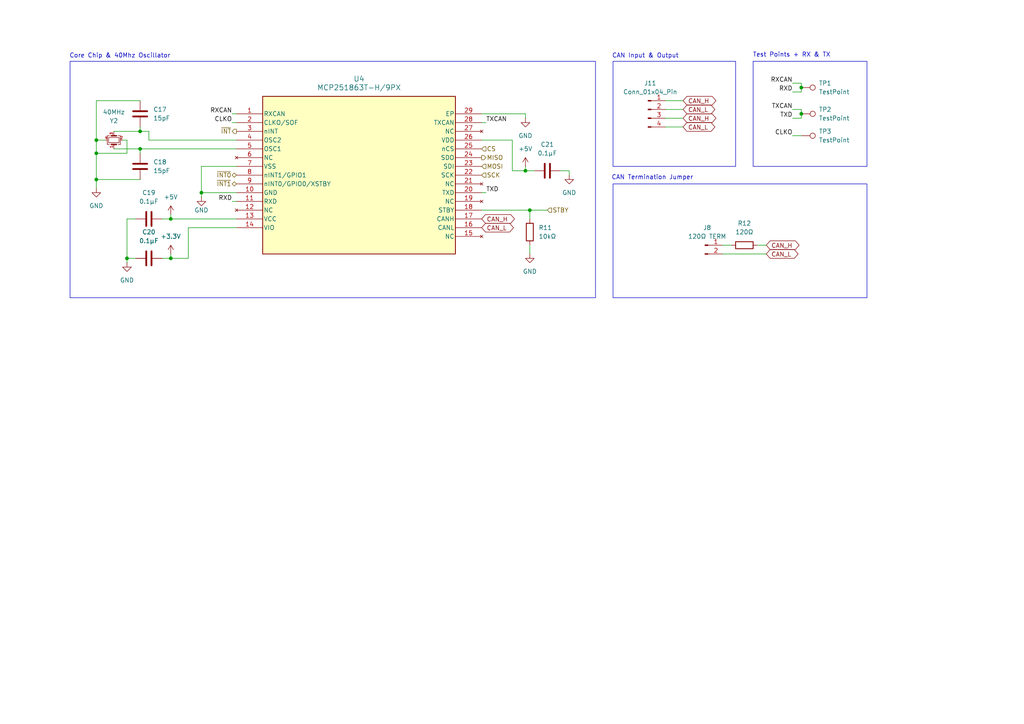
<source format=kicad_sch>
(kicad_sch (version 20250114) (generator "eeschema") (generator_version "9.0")
  (paper "A4")
  (lib_symbols
    (symbol "Connector:Conn_01x02_Pin" (pin_names (offset 1.016) (hide yes))
      (property "Reference" "J" (at 0 2.54 0))
      (property "Value" "Conn_01x02_Pin" (at 0 -5.08 0))
      (symbol "Conn_01x02_Pin_1_1"
        (rectangle (start 0.8636 0.127) (end 0 -0.127) (stroke (width 0.1524)) (fill (type outline)))
        (rectangle (start 0.8636 -2.413) (end 0 -2.667) (stroke (width 0.1524)) (fill (type outline)))
        (polyline (pts (xy 1.27 0) (xy 0.8636 0)) (stroke (width 0.1524)))
        (polyline (pts (xy 1.27 -2.54) (xy 0.8636 -2.54)) (stroke (width 0.1524)))
        (pin passive line (at 5.08 0 180) (length 3.81) (name "Pin_1") (number "1"))
        (pin passive line (at 5.08 -2.54 180) (length 3.81) (name "Pin_2") (number "2"))
      )
    )
    (symbol "Connector:Conn_01x04_Pin" (pin_names (offset 1.016) (hide yes))
      (property "Reference" "J" (at 0 5.08 0))
      (property "Value" "Conn_01x04_Pin" (at 0 -7.62 0))
      (symbol "Conn_01x04_Pin_1_1"
        (rectangle (start 0.8636 2.667) (end 0 2.413) (stroke (width 0.1524)) (fill (type outline)))
        (rectangle (start 0.8636 0.127) (end 0 -0.127) (stroke (width 0.1524)) (fill (type outline)))
        (rectangle (start 0.8636 -2.413) (end 0 -2.667) (stroke (width 0.1524)) (fill (type outline)))
        (rectangle (start 0.8636 -4.953) (end 0 -5.207) (stroke (width 0.1524)) (fill (type outline)))
        (polyline (pts (xy 1.27 2.54) (xy 0.8636 2.54)) (stroke (width 0.1524)))
        (polyline (pts (xy 1.27 0) (xy 0.8636 0)) (stroke (width 0.1524)))
        (polyline (pts (xy 1.27 -2.54) (xy 0.8636 -2.54)) (stroke (width 0.1524)))
        (polyline (pts (xy 1.27 -5.08) (xy 0.8636 -5.08)) (stroke (width 0.1524)))
        (pin passive line (at 5.08 2.54 180) (length 3.81) (name "Pin_1") (number "1"))
        (pin passive line (at 5.08 0 180) (length 3.81) (name "Pin_2") (number "2"))
        (pin passive line (at 5.08 -2.54 180) (length 3.81) (name "Pin_3") (number "3"))
        (pin passive line (at 5.08 -5.08 180) (length 3.81) (name "Pin_4") (number "4"))
      )
    )
    (symbol "Connector:TestPoint" (pin_numbers (hide yes)) (pin_names (offset 0.762) (hide yes))
      (property "Reference" "TP" (at 0 6.858 0))
      (property "Value" "TestPoint" (at 0 5.08 0))
      (symbol "TestPoint_0_1"
        (circle (center 0 3.302) (radius 0.762))
      )
      (symbol "TestPoint_1_1"
        (pin passive line (at 0 0 90) (length 2.54) (name "1") (number "1"))
      )
    )
    (symbol "Device:C" (pin_numbers (hide yes)) (pin_names (offset 0.254))
      (property "Reference" "C" (at 0.635 2.54 0))
      (property "Value" "C" (at 0.635 -2.54 0))
      (symbol "C_0_1"
        (polyline (pts (xy -2.032 0.762) (xy 2.032 0.762)) (stroke (width 0.508)))
        (polyline (pts (xy -2.032 -0.762) (xy 2.032 -0.762)) (stroke (width 0.508)))
      )
      (symbol "C_1_1"
        (pin passive line (at 0 3.81 270) (length 2.794) (name "~") (number "1"))
        (pin passive line (at 0 -3.81 90) (length 2.794) (name "~") (number "2"))
      )
    )
    (symbol "Device:Crystal_GND24_Small" (pin_names (offset 1.016) (hide yes))
      (property "Reference" "Y" (at 1.27 4.445 0))
      (property "Value" "Crystal_GND24_Small" (at 1.27 2.54 0))
      (symbol "Crystal_GND24_Small_0_1"
        (polyline (pts (xy -1.27 1.27) (xy -1.27 1.905) (xy 1.27 1.905) (xy 1.27 1.27)))
        (polyline (pts (xy -1.27 -0.762) (xy -1.27 0.762)) (stroke (width 0.381)))
        (polyline (pts (xy -1.27 -1.27) (xy -1.27 -1.905) (xy 1.27 -1.905) (xy 1.27 -1.27)))
        (rectangle (start -0.762 -1.524) (end 0.762 1.524))
        (polyline (pts (xy 1.27 -0.762) (xy 1.27 0.762)) (stroke (width 0.381)))
      )
      (symbol "Crystal_GND24_Small_1_1"
        (pin passive line (at -2.54 0 0) (length 1.27) (name "1") (number "1"))
        (pin passive line (at 0 2.54 270) (length 0.635) (name "4") (number "4"))
        (pin passive line (at 0 -2.54 90) (length 0.635) (name "2") (number "2"))
        (pin passive line (at 2.54 0 180) (length 1.27) (name "3") (number "3"))
      )
    )
    (symbol "Device:R" (pin_numbers (hide yes)) (pin_names (offset 0))
      (property "Reference" "R" (at 2.032 0 90))
      (property "Value" "R" (at 0 0 90))
      (symbol "R_0_1"
        (rectangle (start -1.016 -2.54) (end 1.016 2.54) (stroke (width 0.254)))
      )
      (symbol "R_1_1"
        (pin passive line (at 0 3.81 270) (length 1.27) (name "~") (number "1"))
        (pin passive line (at 0 -3.81 90) (length 1.27) (name "~") (number "2"))
      )
    )
    (symbol "MCP251863-VQFN:MCP251863T-H_9PX" (pin_names (offset 0.254))
      (property "Reference" "U2" (at 35.56 10.16 0))
      (property "Value" "MCP251863T-H/9PX" (at 35.56 7.62 0))
      (symbol "MCP251863T-H_9PX_0_1"
        (pin input line (at 0 0 0) (length 7.62) (name "RXCAN") (number "1"))
        (pin output line (at 0 -2.54 0) (length 7.62) (name "CLKO/SOF") (number "2"))
        (pin output line (at 0 -5.08 0) (length 7.62) (name "nINT") (number "3"))
        (pin output line (at 0 -7.62 0) (length 7.62) (name "OSC2") (number "4"))
        (pin input line (at 0 -10.16 0) (length 7.62) (name "OSC1") (number "5"))
        (pin no_connect line (at 0 -12.7 0) (length 7.62) (name "NC") (number "6"))
        (pin power_out line (at 0 -15.24 0) (length 7.62) (name "VSS") (number "7"))
        (pin bidirectional line (at 0 -17.78 0) (length 7.62) (name "nINT1/GPIO1") (number "8"))
        (pin bidirectional line (at 0 -20.32 0) (length 7.62) (name "nINT0/GPIO0/XSTBY") (number "9"))
        (pin power_out line (at 0 -22.86 0) (length 7.62) (name "GND") (number "10"))
        (pin output line (at 0 -25.4 0) (length 7.62) (name "RXD") (number "11"))
        (pin no_connect line (at 0 -27.94 0) (length 7.62) (name "NC") (number "12"))
        (pin power_in line (at 0 -30.48 0) (length 7.62) (name "VCC") (number "13"))
        (pin power_in line (at 0 -33.02 0) (length 7.62) (name "VIO") (number "14"))
        (pin power_out line (at 71.12 0 180) (length 7.62) (name "EP") (number "29"))
        (pin output line (at 71.12 -2.54 180) (length 7.62) (name "TXCAN") (number "28"))
        (pin no_connect line (at 71.12 -5.08 180) (length 7.62) (name "NC") (number "27"))
        (pin power_in line (at 71.12 -7.62 180) (length 7.62) (name "VDD") (number "26"))
        (pin input line (at 71.12 -10.16 180) (length 7.62) (name "nCS") (number "25"))
        (pin output line (at 71.12 -12.7 180) (length 7.62) (name "SDO") (number "24"))
        (pin input line (at 71.12 -15.24 180) (length 7.62) (name "SDI") (number "23"))
        (pin input line (at 71.12 -17.78 180) (length 7.62) (name "SCK") (number "22"))
        (pin no_connect line (at 71.12 -20.32 180) (length 7.62) (name "NC") (number "21"))
        (pin input line (at 71.12 -22.86 180) (length 7.62) (name "TXD") (number "20"))
        (pin no_connect line (at 71.12 -25.4 180) (length 7.62) (name "NC") (number "19"))
        (pin input line (at 71.12 -27.94 180) (length 7.62) (name "STBY") (number "18"))
        (pin bidirectional line (at 71.12 -30.48 180) (length 7.62) (name "CANH") (number "17"))
        (pin bidirectional line (at 71.12 -33.02 180) (length 7.62) (name "CANL") (number "16"))
        (pin no_connect line (at 71.12 -35.56 180) (length 7.62) (name "NC") (number "15"))
      )
      (symbol "MCP251863T-H_9PX_1_1"
        (rectangle (start 7.62 5.08) (end 63.5 -40.64) (stroke (width 0.254)) (fill (type background)))
      )
    )
    (symbol "power:+3.3V" (power) (pin_numbers (hide yes)) (pin_names (offset 0) (hide yes))
      (property "Value" "+3.3V" (at 0 3.556 0))
      (symbol "+3.3V_0_1"
        (polyline (pts (xy -0.762 1.27) (xy 0 2.54)))
        (polyline (pts (xy 0 2.54) (xy 0.762 1.27)))
        (polyline (pts (xy 0 0) (xy 0 2.54)))
      )
      (symbol "+3.3V_1_1"
        (pin power_in line (at 0 0 90) (length 0) (name "~") (number "1"))
      )
    )
    (symbol "power:+5V" (power) (pin_numbers (hide yes)) (pin_names (offset 0) (hide yes))
      (property "Value" "+5V" (at 0 3.556 0))
      (symbol "+5V_0_1"
        (polyline (pts (xy -0.762 1.27) (xy 0 2.54)))
        (polyline (pts (xy 0 2.54) (xy 0.762 1.27)))
        (polyline (pts (xy 0 0) (xy 0 2.54)))
      )
      (symbol "+5V_1_1"
        (pin power_in line (at 0 0 90) (length 0) (name "~") (number "1"))
      )
    )
    (symbol "power:GND" (power) (pin_numbers (hide yes)) (pin_names (offset 0) (hide yes))
      (property "Value" "GND" (at 0 -3.81 0))
      (symbol "GND_0_1"
        (polyline (pts (xy 0 0) (xy 0 -1.27) (xy 1.27 -1.27) (xy 0 -2.54) (xy -1.27 -1.27) (xy 0 -1.27)))
      )
      (symbol "GND_1_1"
        (pin power_in line (at 0 0 270) (length 0) (name "~") (number "1"))
      )
    )
  )
  (rectangle (start 177.8 17.78) (end 213.36 48.26))
  (rectangle (start 20.32 17.78) (end 172.72 86.36))
  (rectangle (start 218.44 17.78) (end 251.46 48.26))
  (rectangle (start 177.8 53.34) (end 251.46 86.36))
  (text "Test Points + RX & TX" (at 229.616 16.002 0) (effects (font (size 1.27 1.27))))
  (text "Core Chip & 40Mhz Oscillator" (at 34.798 16.256 0) (effects (font (size 1.27 1.27))))
  (text "CAN Termination Jumper" (at 189.23 51.562 0) (effects (font (size 1.27 1.27))))
  (text "CAN Input & Output" (at 187.198 16.256 0) (effects (font (size 1.27 1.27))))
  (junction (at 49.53 74.93))
  (junction (at 232.41 33.02))
  (junction (at 36.83 74.93))
  (junction (at 27.94 40.64))
  (junction (at 40.64 43.18))
  (junction (at 40.64 38.1))
  (junction (at 27.94 52.07))
  (junction (at 153.67 60.96))
  (junction (at 49.53 63.5))
  (junction (at 27.94 44.45))
  (junction (at 58.42 55.88))
  (junction (at 232.41 25.4))
  (junction (at 152.4 49.53))
  (wire (pts (xy 33.02 38.1) (xy 40.64 38.1)))
  (wire (pts (xy 232.41 26.67) (xy 232.41 25.4)))
  (wire (pts (xy 232.41 25.4) (xy 232.41 24.13)))
  (wire (pts (xy 40.64 29.21) (xy 27.94 29.21)))
  (wire (pts (xy 43.18 40.64) (xy 43.18 38.1)))
  (wire (pts (xy 67.31 35.56) (xy 68.58 35.56)))
  (wire (pts (xy 33.02 43.18) (xy 40.64 43.18)))
  (wire (pts (xy 152.4 49.53) (xy 154.94 49.53)))
  (wire (pts (xy 139.7 55.88) (xy 140.97 55.88)))
  (wire (pts (xy 30.48 40.64) (xy 27.94 40.64)))
  (wire (pts (xy 40.64 43.18) (xy 68.58 43.18)))
  (wire (pts (xy 36.83 40.64) (xy 35.56 40.64)))
  (wire (pts (xy 58.42 48.26) (xy 68.58 48.26)))
  (wire (pts (xy 46.99 74.93) (xy 49.53 74.93)))
  (wire (pts (xy 40.64 52.07) (xy 27.94 52.07)))
  (wire (pts (xy 193.04 36.83) (xy 198.12 36.83)))
  (wire (pts (xy 36.83 63.5) (xy 36.83 74.93)))
  (wire (pts (xy 49.53 63.5) (xy 46.99 63.5)))
  (wire (pts (xy 232.41 31.75) (xy 229.87 31.75)))
  (wire (pts (xy 209.55 71.12) (xy 212.09 71.12)))
  (wire (pts (xy 209.55 73.66) (xy 222.25 73.66)))
  (wire (pts (xy 27.94 44.45) (xy 27.94 52.07)))
  (wire (pts (xy 67.31 58.42) (xy 68.58 58.42)))
  (wire (pts (xy 152.4 48.26) (xy 152.4 49.53)))
  (wire (pts (xy 193.04 31.75) (xy 198.12 31.75)))
  (wire (pts (xy 229.87 39.37) (xy 232.41 39.37)))
  (wire (pts (xy 162.56 49.53) (xy 165.1 49.53)))
  (wire (pts (xy 232.41 34.29) (xy 232.41 33.02)))
  (wire (pts (xy 27.94 52.07) (xy 27.94 54.61)))
  (wire (pts (xy 49.53 74.93) (xy 54.61 74.93)))
  (wire (pts (xy 148.59 49.53) (xy 152.4 49.53)))
  (wire (pts (xy 193.04 34.29) (xy 198.12 34.29)))
  (wire (pts (xy 58.42 55.88) (xy 58.42 48.26)))
  (wire (pts (xy 153.67 71.12) (xy 153.67 73.66)))
  (wire (pts (xy 229.87 34.29) (xy 232.41 34.29)))
  (wire (pts (xy 43.18 38.1) (xy 40.64 38.1)))
  (wire (pts (xy 158.75 60.96) (xy 153.67 60.96)))
  (wire (pts (xy 153.67 60.96) (xy 139.7 60.96)))
  (wire (pts (xy 39.37 63.5) (xy 36.83 63.5)))
  (wire (pts (xy 153.67 60.96) (xy 153.67 63.5)))
  (wire (pts (xy 36.83 44.45) (xy 27.94 44.45)))
  (wire (pts (xy 27.94 40.64) (xy 27.94 44.45)))
  (wire (pts (xy 67.31 33.02) (xy 68.58 33.02)))
  (wire (pts (xy 58.42 55.88) (xy 58.42 57.15)))
  (wire (pts (xy 193.04 29.21) (xy 198.12 29.21)))
  (wire (pts (xy 40.64 43.18) (xy 40.64 44.45)))
  (wire (pts (xy 232.41 33.02) (xy 232.41 31.75)))
  (wire (pts (xy 152.4 33.02) (xy 139.7 33.02)))
  (wire (pts (xy 54.61 74.93) (xy 54.61 66.04)))
  (wire (pts (xy 49.53 73.66) (xy 49.53 74.93)))
  (wire (pts (xy 148.59 40.64) (xy 148.59 49.53)))
  (wire (pts (xy 27.94 29.21) (xy 27.94 40.64)))
  (wire (pts (xy 229.87 26.67) (xy 232.41 26.67)))
  (wire (pts (xy 36.83 74.93) (xy 36.83 76.2)))
  (wire (pts (xy 40.64 36.83) (xy 40.64 38.1)))
  (wire (pts (xy 152.4 34.29) (xy 152.4 33.02)))
  (wire (pts (xy 148.59 40.64) (xy 139.7 40.64)))
  (wire (pts (xy 36.83 74.93) (xy 39.37 74.93)))
  (wire (pts (xy 68.58 40.64) (xy 43.18 40.64)))
  (wire (pts (xy 232.41 24.13) (xy 229.87 24.13)))
  (wire (pts (xy 36.83 40.64) (xy 36.83 44.45)))
  (wire (pts (xy 68.58 63.5) (xy 49.53 63.5)))
  (wire (pts (xy 68.58 55.88) (xy 58.42 55.88)))
  (wire (pts (xy 140.97 35.56) (xy 139.7 35.56)))
  (wire (pts (xy 165.1 49.53) (xy 165.1 50.8)))
  (wire (pts (xy 219.71 71.12) (xy 222.25 71.12)))
  (wire (pts (xy 49.53 62.23) (xy 49.53 63.5)))
  (wire (pts (xy 54.61 66.04) (xy 68.58 66.04)))
  (label "CLKO" (at 67.31 35.56 180))
  (label "RXD" (at 67.31 58.42 180))
  (label "RXCAN" (at 229.87 24.13 180))
  (label "RXCAN" (at 67.31 33.02 180))
  (label "TXD" (at 229.87 34.29 180))
  (label "CLKO" (at 229.87 39.37 180))
  (label "RXD" (at 229.87 26.67 180))
  (label "TXCAN" (at 140.97 35.56 0))
  (label "TXD" (at 140.97 55.88 0))
  (label "TXCAN" (at 229.87 31.75 180))
  (global_label "CAN_H" (shape bidirectional) (at 139.7 63.5 0) (property "Intersheetrefs" "${INTERSHEET_REFS}" (effects (hide yes))))
  (global_label "CAN_H" (shape bidirectional) (at 198.12 29.21 0) (property "Intersheetrefs" "${INTERSHEET_REFS}" (effects (hide yes))))
  (global_label "CAN_H" (shape bidirectional) (at 222.25 71.12 0) (property "Intersheetrefs" "${INTERSHEET_REFS}" (effects (hide yes))))
  (global_label "CAN_L" (shape bidirectional) (at 139.7 66.04 0) (property "Intersheetrefs" "${INTERSHEET_REFS}" (effects (hide yes))))
  (global_label "CAN_H" (shape bidirectional) (at 198.12 34.29 0) (property "Intersheetrefs" "${INTERSHEET_REFS}" (effects (hide yes))))
  (global_label "CAN_L" (shape bidirectional) (at 198.12 31.75 0) (property "Intersheetrefs" "${INTERSHEET_REFS}" (effects (hide yes))))
  (global_label "CAN_L" (shape bidirectional) (at 222.25 73.66 0) (property "Intersheetrefs" "${INTERSHEET_REFS}" (effects (hide yes))))
  (global_label "CAN_L" (shape bidirectional) (at 198.12 36.83 0) (property "Intersheetrefs" "${INTERSHEET_REFS}" (effects (hide yes))))
  (hierarchical_label "SCK" (shape input) (at 139.7 50.8 0))
  (hierarchical_label "MISO" (shape output) (at 139.7 45.72 0))
  (hierarchical_label "~{INT}" (shape output) (at 68.58 38.1 180))
  (hierarchical_label "MOSI" (shape input) (at 139.7 48.26 0))
  (hierarchical_label "~{INT1}" (shape bidirectional) (at 68.58 53.34 180))
  (hierarchical_label "STBY" (shape input) (at 158.75 60.96 0))
  (hierarchical_label "CS" (shape input) (at 139.7 43.18 0))
  (hierarchical_label "~{INT0}" (shape bidirectional) (at 68.58 50.8 180))
  (symbol (lib_id "Device:R") (at 215.9 71.12 90) (unit 1)
    (property "Reference" "R12" (at 215.9 64.77 90))
    (property "Value" "120Ω" (at 215.9 67.31 90))
    (property "Footprint" "Resistor_SMD:R_0402_1005Metric" (effects (hide yes)))
    (property "Description" "Resistor" (effects (hide yes)))
  )
  (symbol (lib_id "Device:Crystal_GND24_Small") (at 33.02 40.64 90) (unit 1)
    (property "Reference" "Y2" (at 33.02 35.052 90))
    (property "Value" "40MHz" (at 33.02 32.512 90))
    (property "Footprint" "Crystal:Crystal_SMD_2520-4Pin_2.5x2.0mm" (effects (hide yes)))
    (property "Description" "Four pin crystal, GND on pins 2 and 4, small symbol" (effects (hide yes)))
  )
  (symbol (lib_id "power:+3.3V") (at 49.53 73.66 0) (unit 1)
    (property "Reference" "#PWR038" (effects (hide yes)))
    (property "Value" "+3.3V" (at 49.53 68.58 0))
    (property "Description" "Power symbol creates a global label with name \"+3.3V\"" (effects (hide yes)))
  )
  (symbol (lib_id "Device:C") (at 40.64 33.02 180) (unit 1)
    (property "Reference" "C17" (at 44.45 31.7499 0) (effects (justify right)))
    (property "Value" "15pF" (at 44.45 34.2899 0) (effects (justify right)))
    (property "Footprint" "Capacitor_SMD:C_0402_1005Metric" (effects (hide yes)))
    (property "Description" "Unpolarized capacitor" (effects (hide yes)))
  )
  (symbol (lib_id "power:GND") (at 58.42 57.15 0) (unit 1)
    (property "Reference" "#PWR039" (effects (hide yes)))
    (property "Value" "GND" (at 58.42 60.96 0))
    (property "Description" "Power symbol creates a global label with name \"GND\" , ground" (effects (hide yes)))
  )
  (symbol (lib_id "power:GND") (at 152.4 34.29 0) (unit 1)
    (property "Reference" "#PWR054" (effects (hide yes)))
    (property "Value" "GND" (at 152.4 39.37 0))
    (property "Description" "Power symbol creates a global label with name \"GND\" , ground" (effects (hide yes)))
  )
  (symbol (lib_id "Connector:TestPoint") (at 232.41 33.02 270) (unit 1)
    (property "Reference" "TP2" (at 237.49 31.7499 90) (effects (justify left)))
    (property "Value" "TestPoint" (at 237.49 34.2899 90) (effects (justify left)))
    (property "Footprint" "PCM_0xcb:TestPoint_Pad_D0.8mm" (effects (hide yes)))
    (property "Description" "test point" (effects (hide yes)))
  )
  (symbol (lib_id "Device:C") (at 158.75 49.53 90) (unit 1)
    (property "Reference" "C21" (at 158.75 41.91 90))
    (property "Value" "0.1µF" (at 158.75 44.45 90))
    (property "Footprint" "Capacitor_SMD:C_0402_1005Metric" (effects (hide yes)))
    (property "Description" "Unpolarized capacitor" (effects (hide yes)))
  )
  (symbol (lib_id "Device:C") (at 43.18 74.93 270) (unit 1)
    (property "Reference" "C20" (at 43.18 67.31 90))
    (property "Value" "0.1µF" (at 43.18 69.85 90))
    (property "Footprint" "Capacitor_SMD:C_0402_1005Metric" (effects (hide yes)))
    (property "Description" "Unpolarized capacitor" (effects (hide yes)))
  )
  (symbol (lib_id "power:GND") (at 153.67 73.66 0) (unit 1)
    (property "Reference" "#PWR041" (effects (hide yes)))
    (property "Value" "GND" (at 153.67 78.74 0))
    (property "Description" "Power symbol creates a global label with name \"GND\" , ground" (effects (hide yes)))
  )
  (symbol (lib_id "Device:R") (at 153.67 67.31 0) (unit 1)
    (property "Reference" "R11" (at 156.21 66.0399 0) (effects (justify left)))
    (property "Value" "10kΩ" (at 156.21 68.5799 0) (effects (justify left)))
    (property "Footprint" "Resistor_SMD:R_0402_1005Metric" (effects (hide yes)))
    (property "Description" "Resistor" (effects (hide yes)))
  )
  (symbol (lib_id "power:GND") (at 165.1 50.8 0) (unit 1)
    (property "Reference" "#PWR042" (effects (hide yes)))
    (property "Value" "GND" (at 165.1 55.88 0))
    (property "Description" "Power symbol creates a global label with name \"GND\" , ground" (effects (hide yes)))
  )
  (symbol (lib_id "power:GND") (at 36.83 76.2 0) (unit 1)
    (property "Reference" "#PWR036" (effects (hide yes)))
    (property "Value" "GND" (at 36.83 81.28 0))
    (property "Description" "Power symbol creates a global label with name \"GND\" , ground" (effects (hide yes)))
  )
  (symbol (lib_id "Connector:TestPoint") (at 232.41 39.37 270) (unit 1)
    (property "Reference" "TP3" (at 237.49 38.0999 90) (effects (justify left)))
    (property "Value" "TestPoint" (at 237.49 40.6399 90) (effects (justify left)))
    (property "Footprint" "PCM_0xcb:TestPoint_Pad_D0.8mm" (effects (hide yes)))
    (property "Description" "test point" (effects (hide yes)))
  )
  (symbol (lib_id "power:GND") (at 27.94 54.61 0) (unit 1)
    (property "Reference" "#PWR035" (effects (hide yes)))
    (property "Value" "GND" (at 27.94 59.69 0))
    (property "Description" "Power symbol creates a global label with name \"GND\" , ground" (effects (hide yes)))
  )
  (symbol (lib_id "power:+5V") (at 49.53 62.23 0) (unit 1)
    (property "Reference" "#PWR037" (effects (hide yes)))
    (property "Value" "+5V" (at 49.53 57.15 0))
    (property "Description" "Power symbol creates a global label with name \"+5V\"" (effects (hide yes)))
  )
  (symbol (lib_id "Device:C") (at 43.18 63.5 90) (unit 1)
    (property "Reference" "C19" (at 43.18 55.88 90))
    (property "Value" "0.1µF" (at 43.18 58.42 90))
    (property "Footprint" "Capacitor_SMD:C_0402_1005Metric" (effects (hide yes)))
    (property "Description" "Unpolarized capacitor" (effects (hide yes)))
  )
  (symbol (lib_id "Connector:Conn_01x02_Pin") (at 204.47 71.12 0) (unit 1)
    (property "Reference" "J8" (at 205.105 66.04 0))
    (property "Value" "120Ω TERM" (at 205.105 68.58 0))
    (property "Footprint" "Connector_PinHeader_2.54mm:PinHeader_1x02_P2.54mm_Vertical" (effects (hide yes)))
    (property "Description" "Generic connector, single row, 01x02, script generated" (effects (hide yes)))
  )
  (symbol (lib_id "Connector:TestPoint") (at 232.41 25.4 270) (unit 1)
    (property "Reference" "TP1" (at 237.49 24.1299 90) (effects (justify left)))
    (property "Value" "TestPoint" (at 237.49 26.6699 90) (effects (justify left)))
    (property "Footprint" "PCM_0xcb:TestPoint_Pad_D0.8mm" (effects (hide yes)))
    (property "Description" "test point" (effects (hide yes)))
  )
  (symbol (lib_id "Connector:Conn_01x04_Pin") (at 187.96 31.75 0) (unit 1)
    (property "Reference" "J11" (at 188.595 24.13 0))
    (property "Value" "Conn_01x04_Pin" (at 188.595 26.67 0))
    (property "Footprint" "Connector_PinHeader_2.54mm:PinHeader_2x02_P2.54mm_Vertical" (effects (hide yes)))
    (property "Description" "Generic connector, single row, 01x04, script generated" (effects (hide yes)))
  )
  (symbol (lib_id "Device:C") (at 40.64 48.26 180) (unit 1)
    (property "Reference" "C18" (at 44.45 46.9899 0) (effects (justify right)))
    (property "Value" "15pF" (at 44.45 49.5299 0) (effects (justify right)))
    (property "Footprint" "Capacitor_SMD:C_0402_1005Metric" (effects (hide yes)))
    (property "Description" "Unpolarized capacitor" (effects (hide yes)))
  )
  (symbol (lib_id "MCP251863-VQFN:MCP251863T-H_9PX") (at 68.58 33.02 0) (unit 1)
    (property "Reference" "U4" (at 104.14 22.86 0) (effects (font (size 1.524 1.524))))
    (property "Value" "MCP251863T-H/9PX" (at 104.14 25.4 0) (effects (font (size 1.524 1.524))))
    (property "Footprint" "MCP251863T_H_9PX:VQFN28_9PX_3p25X3p25EPAD_MCH" (effects (hide yes)))
    (property "Datasheet" "MCP251863T-H/9PX" (effects (hide yes)))
  )
  (symbol (lib_id "power:+5V") (at 152.4 48.26 0) (unit 1)
    (property "Reference" "#PWR040" (effects (hide yes)))
    (property "Value" "+5V" (at 152.4 43.18 0))
    (property "Description" "Power symbol creates a global label with name \"+5V\"" (effects (hide yes)))
  )
)
</source>
